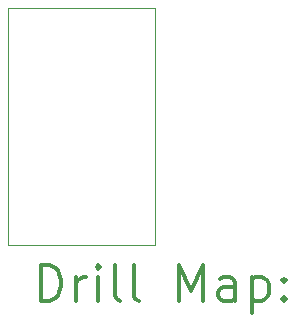
<source format=gbr>
%FSLAX45Y45*%
G04 Gerber Fmt 4.5, Leading zero omitted, Abs format (unit mm)*
G04 Created by KiCad (PCBNEW (5.1.5)-3) date 2020-06-23 04:08:37*
%MOMM*%
%LPD*%
G04 APERTURE LIST*
%TA.AperFunction,Profile*%
%ADD10C,0.120000*%
%TD*%
%ADD11C,0.200000*%
%ADD12C,0.300000*%
G04 APERTURE END LIST*
D10*
X11798300Y-9004300D02*
X11798300Y-6997700D01*
X10553700Y-9004300D02*
X11798300Y-9004300D01*
X10553700Y-6997700D02*
X10553700Y-9004300D01*
X11798300Y-6997700D02*
X10553700Y-6997700D01*
D11*
D12*
X10834128Y-9476014D02*
X10834128Y-9176014D01*
X10905557Y-9176014D01*
X10948414Y-9190300D01*
X10976986Y-9218872D01*
X10991271Y-9247443D01*
X11005557Y-9304586D01*
X11005557Y-9347443D01*
X10991271Y-9404586D01*
X10976986Y-9433157D01*
X10948414Y-9461729D01*
X10905557Y-9476014D01*
X10834128Y-9476014D01*
X11134128Y-9476014D02*
X11134128Y-9276014D01*
X11134128Y-9333157D02*
X11148414Y-9304586D01*
X11162700Y-9290300D01*
X11191271Y-9276014D01*
X11219843Y-9276014D01*
X11319843Y-9476014D02*
X11319843Y-9276014D01*
X11319843Y-9176014D02*
X11305557Y-9190300D01*
X11319843Y-9204586D01*
X11334128Y-9190300D01*
X11319843Y-9176014D01*
X11319843Y-9204586D01*
X11505557Y-9476014D02*
X11476986Y-9461729D01*
X11462700Y-9433157D01*
X11462700Y-9176014D01*
X11662700Y-9476014D02*
X11634128Y-9461729D01*
X11619843Y-9433157D01*
X11619843Y-9176014D01*
X12005557Y-9476014D02*
X12005557Y-9176014D01*
X12105557Y-9390300D01*
X12205557Y-9176014D01*
X12205557Y-9476014D01*
X12476986Y-9476014D02*
X12476986Y-9318872D01*
X12462700Y-9290300D01*
X12434128Y-9276014D01*
X12376986Y-9276014D01*
X12348414Y-9290300D01*
X12476986Y-9461729D02*
X12448414Y-9476014D01*
X12376986Y-9476014D01*
X12348414Y-9461729D01*
X12334128Y-9433157D01*
X12334128Y-9404586D01*
X12348414Y-9376014D01*
X12376986Y-9361729D01*
X12448414Y-9361729D01*
X12476986Y-9347443D01*
X12619843Y-9276014D02*
X12619843Y-9576014D01*
X12619843Y-9290300D02*
X12648414Y-9276014D01*
X12705557Y-9276014D01*
X12734128Y-9290300D01*
X12748414Y-9304586D01*
X12762700Y-9333157D01*
X12762700Y-9418872D01*
X12748414Y-9447443D01*
X12734128Y-9461729D01*
X12705557Y-9476014D01*
X12648414Y-9476014D01*
X12619843Y-9461729D01*
X12891271Y-9447443D02*
X12905557Y-9461729D01*
X12891271Y-9476014D01*
X12876986Y-9461729D01*
X12891271Y-9447443D01*
X12891271Y-9476014D01*
X12891271Y-9290300D02*
X12905557Y-9304586D01*
X12891271Y-9318872D01*
X12876986Y-9304586D01*
X12891271Y-9290300D01*
X12891271Y-9318872D01*
M02*

</source>
